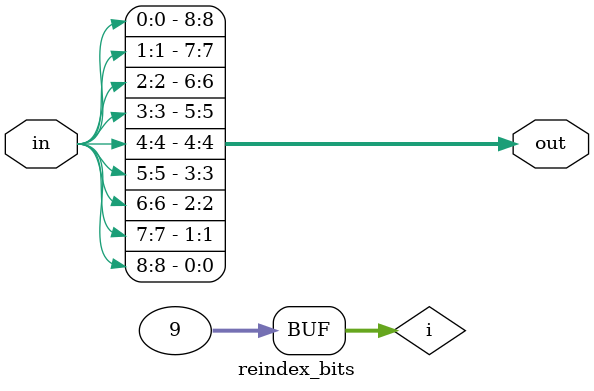
<source format=sv>

module fft_agu 
	#(parameter M = 9)
	(input  logic         load,
	 input  logic         processing, 
	 input  logic         done,
	 input  logic [M-1:0] level,
	 input  logic [M-1:0] index, load_adr, out_adr,
	 output logic [M-1:0] adr0_a, adr0_b, adr1_a, adr1_b,
	 output logic [M-2:0] twiddle_adr);

	// use our load addresses to then reindex
	logic [M-1:0] load_adr_rev;
	logic [M-1:0] adr_A, adr_B;

	reindex_bits reindex_bits(load_adr, load_adr_rev);

	// then deal with standard processing address
	fft_agu_adrcalc fft_agu_calc(level, index, adr_A, adr_B, twiddle_adr);

	// output address given as input

	// comb logic to choose from the addresses
	// if we're done, we output	
	// if we're loading, we use load addresses
	// otherwise, we use the standard addresses
	always_comb begin

		if (done) adr0_a = out_adr;
			else if (load) adr0_a = load_adr_rev;
				else adr0_a = adr_A;

		if (load) adr0_b = load_adr_rev;
			else adr0_b = adr_B;

		if (done) adr1_a = out_adr;
			else adr1_a = adr_A;

		adr1_b = adr_B;
		end
endmodule

module fft_agu_adrcalc
  #(parameter width=16, M=9)
   (input logic  [M-1:0] level,
    input logic  [M-1:0] index,
    output logic [M-1:0] adr_A,
    output logic [M-1:0] adr_B,
    output logic [M-2:0] twiddle_adr);

   logic [M-1:0]         tempA, tempB;
   logic signed [M-1:0]  mask, sign_mask; // signed for sign extension
   
   always_comb begin
      // implement the rotations with shifting:
      //     adrA = ROTATE_{M}(2*index,     level)
      //     adrB = ROTATE_{M}(2*index + 1, level)
      tempA = index << 1'd1;
      tempB = tempA  +  1'd1;
      adr_A  = ((tempA << level) | (tempA >> (M - level)));
      adr_B  = ((tempB << level) | (tempB >> (M - level)));

      // replication operator to create the mask that gets shifted
      // (mask out the  last n-1-i least significant bits of flyInd)
      mask        = {1'b1, {M-1{1'b0}}};
      sign_mask   = mask >>> level;
      twiddle_adr = sign_mask & index;     // twiddle_adr // internal 
   end
   
endmodule

// reverse bits for address ordering
module reindex_bits
	#(parameter M = 9) // instaniating L = layers and this is based on our FFT size where
						// 2^L = FFT size so therefore 2^(11) = 2048 FFT size
			(input logic [M - 1:0] in,
			output logic [M - 1:0] out);
	int i;
		always_comb begin
			for (i = 0; i < M; i++)
				out[i] = in[M-1-i];
		end
endmodule

</source>
